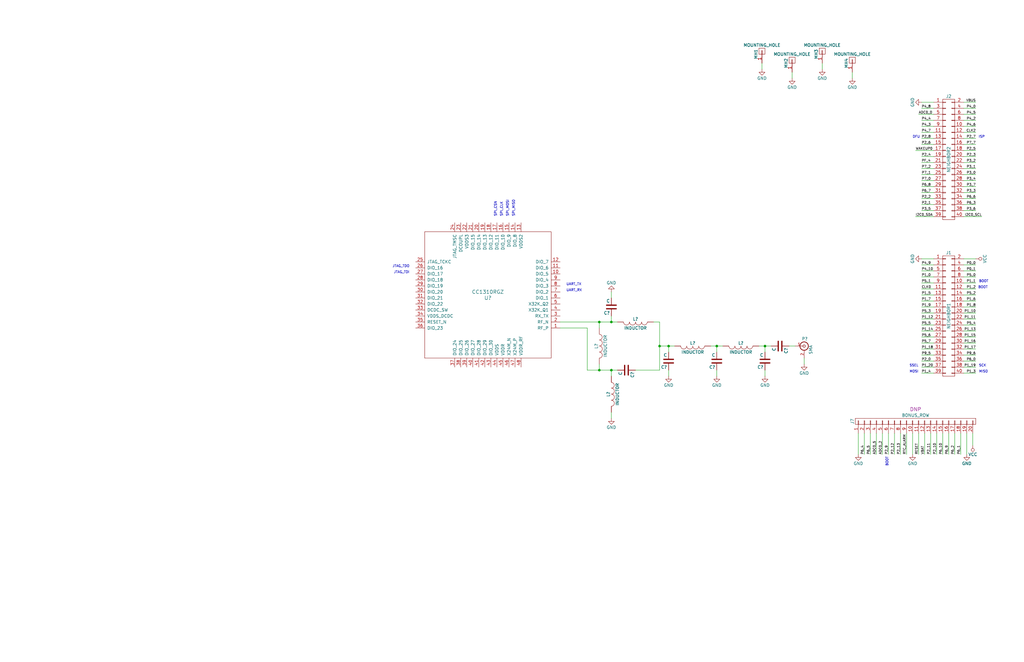
<source format=kicad_sch>
(kicad_sch (version 20230121) (generator eeschema)
  (paper "USLedger")
  (title_block (title "GreatFET Neighbor Template") (date "2015-09-24") (company "Copyright 2015 Michael Ossmann") (comment 1 "License: GPL v2"))
  (lib_symbols
    (symbol "edelweiss-rescue:BNC" (pin_names (offset 1.016) hide)
      (property "Reference" "P" (at 0.254 3.048 0))
      (property "Value" "BNC" (at 2.794 -1.524 90))
      (symbol "BNC_0_1"
        (circle (center 0 0) (radius 0.508) (stroke (width 0.2032)))
        (circle (center 0 0) (radius 1.778) (stroke (width 0.3048)))
      )
      (symbol "BNC_1_1"
        (pin passive line (at -3.81 0 0) (length 3.302) (name "In") (number "1"))
        (pin passive line (at 0 -5.08 90) (length 3.302) (name "Ext") (number "2"))
      )
    )
    (symbol "edelweiss-rescue:C" (pin_numbers hide) (pin_names (offset 0.254))
      (property "Reference" "C" (at 0.635 2.54 0))
      (property "Value" "C" (at 0.635 -2.54 0))
      (symbol "C_0_1"
        (polyline (pts (xy -2.032 -0.762) (xy 2.032 -0.762)) (stroke (width 0.508)))
        (polyline (pts (xy -2.032 0.762) (xy 2.032 0.762)) (stroke (width 0.508)))
      )
      (symbol "C_1_1"
        (pin passive line (at 0 3.81 270) (length 2.794) (name "~") (number "1"))
        (pin passive line (at 0 -3.81 90) (length 2.794) (name "~") (number "2"))
      )
    )
    (symbol "edelweiss-rescue:CC1310RGZ" (pin_names (offset 1.016))
      (property "Reference" "U" (at 0 1.27 0))
      (property "Value" "CC1310RGZ" (at 0 -1.27 0))
      (symbol "CC1310RGZ_0_1"
        (rectangle (start -26.67 26.67) (end 26.67 -26.67))
      )
      (symbol "CC1310RGZ_1_1"
        (pin bidirectional line (at -30.48 13.97 0) (length 3.81) (name "RF_P") (number "1"))
        (pin bidirectional line (at -30.48 -8.89 0) (length 3.81) (name "DIO_5") (number "10"))
        (pin bidirectional line (at -30.48 -11.43 0) (length 3.81) (name "DIO_6") (number "11"))
        (pin bidirectional line (at -30.48 -13.97 0) (length 3.81) (name "DIO_7") (number "12"))
        (pin power_in line (at -13.97 -30.48 90) (length 3.81) (name "VDDS2") (number "13"))
        (pin bidirectional line (at -11.43 -30.48 90) (length 3.81) (name "DIO_8") (number "14"))
        (pin bidirectional line (at -8.89 -30.48 90) (length 3.81) (name "DIO_9") (number "15"))
        (pin bidirectional line (at -6.35 -30.48 90) (length 3.81) (name "DIO_10") (number "16"))
        (pin bidirectional line (at -3.81 -30.48 90) (length 3.81) (name "DIO_11") (number "17"))
        (pin bidirectional line (at -1.27 -30.48 90) (length 3.81) (name "DIO_12") (number "18"))
        (pin bidirectional line (at 1.27 -30.48 90) (length 3.81) (name "DIO_13") (number "19"))
        (pin bidirectional line (at -30.48 11.43 0) (length 3.81) (name "RF_N") (number "2"))
        (pin bidirectional line (at 3.81 -30.48 90) (length 3.81) (name "DIO_14") (number "20"))
        (pin bidirectional line (at 6.35 -30.48 90) (length 3.81) (name "DIO_15") (number "21"))
        (pin power_in line (at 8.89 -30.48 90) (length 3.81) (name "VDDS3") (number "22"))
        (pin passive line (at 11.43 -30.48 90) (length 3.81) (name "DCOUPL") (number "23"))
        (pin bidirectional line (at 13.97 -30.48 90) (length 3.81) (name "JTAG_TMSC") (number "24"))
        (pin bidirectional line (at 30.48 -13.97 180) (length 3.81) (name "JTAG_TCKC") (number "25"))
        (pin bidirectional line (at 30.48 -11.43 180) (length 3.81) (name "DIO_16") (number "26"))
        (pin bidirectional line (at 30.48 -8.89 180) (length 3.81) (name "DIO_17") (number "27"))
        (pin bidirectional line (at 30.48 -6.35 180) (length 3.81) (name "DIO_18") (number "28"))
        (pin bidirectional line (at 30.48 -3.81 180) (length 3.81) (name "DIO_19") (number "29"))
        (pin bidirectional line (at -30.48 8.89 0) (length 3.81) (name "RX_TX") (number "3"))
        (pin bidirectional line (at 30.48 -1.27 180) (length 3.81) (name "DIO_20") (number "30"))
        (pin bidirectional line (at 30.48 1.27 180) (length 3.81) (name "DIO_21") (number "31"))
        (pin bidirectional line (at 30.48 3.81 180) (length 3.81) (name "DIO_22") (number "32"))
        (pin power_out line (at 30.48 6.35 180) (length 3.81) (name "DCDC_SW") (number "33"))
        (pin power_out line (at 30.48 8.89 180) (length 3.81) (name "VDDS_DCDC") (number "34"))
        (pin input line (at 30.48 11.43 180) (length 3.81) (name "RESET_N") (number "35"))
        (pin bidirectional line (at 30.48 13.97 180) (length 3.81) (name "DIO_23") (number "36"))
        (pin bidirectional line (at 13.97 30.48 270) (length 3.81) (name "DIO_24") (number "37"))
        (pin bidirectional line (at 11.43 30.48 270) (length 3.81) (name "DIO_25") (number "38"))
        (pin bidirectional line (at 8.89 30.48 270) (length 3.81) (name "DIO_26") (number "39"))
        (pin bidirectional line (at -30.48 6.35 0) (length 3.81) (name "X32K_Q1") (number "4"))
        (pin bidirectional line (at 6.35 30.48 270) (length 3.81) (name "DIO_27") (number "40"))
        (pin bidirectional line (at 3.81 30.48 270) (length 3.81) (name "DIO_28") (number "41"))
        (pin bidirectional line (at 1.27 30.48 270) (length 3.81) (name "DIO_29") (number "42"))
        (pin bidirectional line (at -1.27 30.48 270) (length 3.81) (name "DIO_30") (number "43"))
        (pin power_in line (at -3.81 30.48 270) (length 3.81) (name "VDDS") (number "44"))
        (pin power_in line (at -6.35 30.48 270) (length 3.81) (name "VDDR") (number "45"))
        (pin bidirectional line (at -8.89 30.48 270) (length 3.81) (name "X24M_N") (number "46"))
        (pin bidirectional line (at -11.43 30.48 270) (length 3.81) (name "X24M_P") (number "47"))
        (pin power_in line (at -13.97 30.48 270) (length 3.81) (name "VDDR_RF") (number "48"))
        (pin bidirectional line (at -30.48 3.81 0) (length 3.81) (name "X32K_Q2") (number "5"))
        (pin bidirectional line (at -30.48 1.27 0) (length 3.81) (name "DIO_1") (number "6"))
        (pin bidirectional line (at -30.48 -1.27 0) (length 3.81) (name "DIO_2") (number "7"))
        (pin bidirectional line (at -30.48 -3.81 0) (length 3.81) (name "DIO_3") (number "8"))
        (pin bidirectional line (at -30.48 -6.35 0) (length 3.81) (name "DIO_4") (number "9"))
      )
    )
    (symbol "edelweiss-rescue:CONN_01X01" (pin_names (offset 1.016) hide)
      (property "Reference" "P" (at 0 2.54 0))
      (property "Value" "CONN_01X01" (at 2.54 0 90))
      (symbol "CONN_01X01_0_1"
        (rectangle (start -1.27 0.127) (end 0.254 -0.127))
        (rectangle (start -1.27 1.27) (end 1.27 -1.27))
      )
      (symbol "CONN_01X01_1_1"
        (pin passive line (at -5.08 0 0) (length 3.81) (name "P1") (number "1"))
      )
    )
    (symbol "edelweiss-rescue:CONN_01X20" (pin_names (offset 1.016) hide)
      (property "Reference" "P" (at 0 26.67 0))
      (property "Value" "CONN_01X20" (at 2.54 0 90))
      (symbol "CONN_01X20_0_1"
        (rectangle (start -1.27 -25.4) (end 1.27 25.4))
        (rectangle (start -1.27 -24.003) (end 0.254 -24.257))
        (rectangle (start -1.27 -21.463) (end 0.254 -21.717))
        (rectangle (start -1.27 -18.923) (end 0.254 -19.177))
        (rectangle (start -1.27 -16.383) (end 0.254 -16.637))
        (rectangle (start -1.27 -13.843) (end 0.254 -14.097))
        (rectangle (start -1.27 -11.303) (end 0.254 -11.557))
        (rectangle (start -1.27 -8.763) (end 0.254 -9.017))
        (rectangle (start -1.27 -6.223) (end 0.254 -6.477))
        (rectangle (start -1.27 -3.683) (end 0.254 -3.937))
        (rectangle (start -1.27 -1.143) (end 0.254 -1.397))
        (rectangle (start -1.27 1.397) (end 0.254 1.143))
        (rectangle (start -1.27 3.937) (end 0.254 3.683))
        (rectangle (start -1.27 6.477) (end 0.254 6.223))
        (rectangle (start -1.27 9.017) (end 0.254 8.763))
        (rectangle (start -1.27 11.557) (end 0.254 11.303))
        (rectangle (start -1.27 14.097) (end 0.254 13.843))
        (rectangle (start -1.27 16.637) (end 0.254 16.383))
        (rectangle (start -1.27 19.177) (end 0.254 18.923))
        (rectangle (start -1.27 21.717) (end 0.254 21.463))
        (rectangle (start -1.27 24.257) (end 0.254 24.003))
      )
      (symbol "CONN_01X20_1_1"
        (pin passive line (at -5.08 24.13 0) (length 3.81) (name "P1") (number "1"))
        (pin passive line (at -5.08 1.27 0) (length 3.81) (name "P10") (number "10"))
        (pin passive line (at -5.08 -1.27 0) (length 3.81) (name "P11") (number "11"))
        (pin passive line (at -5.08 -3.81 0) (length 3.81) (name "P12") (number "12"))
        (pin passive line (at -5.08 -6.35 0) (length 3.81) (name "P13") (number "13"))
        (pin passive line (at -5.08 -8.89 0) (length 3.81) (name "P14") (number "14"))
        (pin passive line (at -5.08 -11.43 0) (length 3.81) (name "P15") (number "15"))
        (pin passive line (at -5.08 -13.97 0) (length 3.81) (name "P16") (number "16"))
        (pin passive line (at -5.08 -16.51 0) (length 3.81) (name "P17") (number "17"))
        (pin passive line (at -5.08 -19.05 0) (length 3.81) (name "P18") (number "18"))
        (pin passive line (at -5.08 -21.59 0) (length 3.81) (name "P19") (number "19"))
        (pin passive line (at -5.08 21.59 0) (length 3.81) (name "P2") (number "2"))
        (pin passive line (at -5.08 -24.13 0) (length 3.81) (name "P20") (number "20"))
        (pin passive line (at -5.08 19.05 0) (length 3.81) (name "P3") (number "3"))
        (pin passive line (at -5.08 16.51 0) (length 3.81) (name "P4") (number "4"))
        (pin passive line (at -5.08 13.97 0) (length 3.81) (name "P5") (number "5"))
        (pin passive line (at -5.08 11.43 0) (length 3.81) (name "P6") (number "6"))
        (pin passive line (at -5.08 8.89 0) (length 3.81) (name "P7") (number "7"))
        (pin passive line (at -5.08 6.35 0) (length 3.81) (name "P8") (number "8"))
        (pin passive line (at -5.08 3.81 0) (length 3.81) (name "P9") (number "9"))
      )
    )
    (symbol "edelweiss-rescue:CONN_02X20" (pin_names (offset 0.0254) hide)
      (property "Reference" "P" (at 0 26.67 0))
      (property "Value" "CONN_02X20" (at 0 0 90))
      (symbol "CONN_02X20_0_1"
        (rectangle (start -2.54 -24.003) (end -1.27 -24.257))
        (rectangle (start -2.54 -21.463) (end -1.27 -21.717))
        (rectangle (start -2.54 -18.923) (end -1.27 -19.177))
        (rectangle (start -2.54 -16.383) (end -1.27 -16.637))
        (rectangle (start -2.54 -13.843) (end -1.27 -14.097))
        (rectangle (start -2.54 -11.303) (end -1.27 -11.557))
        (rectangle (start -2.54 -8.763) (end -1.27 -9.017))
        (rectangle (start -2.54 -6.223) (end -1.27 -6.477))
        (rectangle (start -2.54 -3.683) (end -1.27 -3.937))
        (rectangle (start -2.54 -1.143) (end -1.27 -1.397))
        (rectangle (start -2.54 1.397) (end -1.27 1.143))
        (rectangle (start -2.54 3.937) (end -1.27 3.683))
        (rectangle (start -2.54 6.477) (end -1.27 6.223))
        (rectangle (start -2.54 9.017) (end -1.27 8.763))
        (rectangle (start -2.54 11.557) (end -1.27 11.303))
        (rectangle (start -2.54 14.097) (end -1.27 13.843))
        (rectangle (start -2.54 16.637) (end -1.27 16.383))
        (rectangle (start -2.54 19.177) (end -1.27 18.923))
        (rectangle (start -2.54 21.717) (end -1.27 21.463))
        (rectangle (start -2.54 24.257) (end -1.27 24.003))
        (rectangle (start -2.54 25.4) (end 2.54 -25.4))
        (rectangle (start 1.27 -24.003) (end 2.54 -24.257))
        (rectangle (start 1.27 -21.463) (end 2.54 -21.717))
        (rectangle (start 1.27 -18.923) (end 2.54 -19.177))
        (rectangle (start 1.27 -16.383) (end 2.54 -16.637))
        (rectangle (start 1.27 -13.843) (end 2.54 -14.097))
        (rectangle (start 1.27 -11.303) (end 2.54 -11.557))
        (rectangle (start 1.27 -8.763) (end 2.54 -9.017))
        (rectangle (start 1.27 -6.223) (end 2.54 -6.477))
        (rectangle (start 1.27 -3.683) (end 2.54 -3.937))
        (rectangle (start 1.27 -1.143) (end 2.54 -1.397))
        (rectangle (start 1.27 1.397) (end 2.54 1.143))
        (rectangle (start 1.27 3.937) (end 2.54 3.683))
        (rectangle (start 1.27 6.477) (end 2.54 6.223))
        (rectangle (start 1.27 9.017) (end 2.54 8.763))
        (rectangle (start 1.27 11.557) (end 2.54 11.303))
        (rectangle (start 1.27 14.097) (end 2.54 13.843))
        (rectangle (start 1.27 16.637) (end 2.54 16.383))
        (rectangle (start 1.27 19.177) (end 2.54 18.923))
        (rectangle (start 1.27 21.717) (end 2.54 21.463))
        (rectangle (start 1.27 24.257) (end 2.54 24.003))
      )
      (symbol "CONN_02X20_1_1"
        (pin passive line (at -6.35 24.13 0) (length 3.81) (name "P1") (number "1"))
        (pin passive line (at 6.35 13.97 180) (length 3.81) (name "P10") (number "10"))
        (pin passive line (at -6.35 11.43 0) (length 3.81) (name "P11") (number "11"))
        (pin passive line (at 6.35 11.43 180) (length 3.81) (name "P12") (number "12"))
        (pin passive line (at -6.35 8.89 0) (length 3.81) (name "P13") (number "13"))
        (pin passive line (at 6.35 8.89 180) (length 3.81) (name "P14") (number "14"))
        (pin passive line (at -6.35 6.35 0) (length 3.81) (name "P15") (number "15"))
        (pin passive line (at 6.35 6.35 180) (length 3.81) (name "P16") (number "16"))
        (pin passive line (at -6.35 3.81 0) (length 3.81) (name "P17") (number "17"))
        (pin passive line (at 6.35 3.81 180) (length 3.81) (name "P18") (number "18"))
        (pin passive line (at -6.35 1.27 0) (length 3.81) (name "P19") (number "19"))
        (pin passive line (at 6.35 24.13 180) (length 3.81) (name "P2") (number "2"))
        (pin passive line (at 6.35 1.27 180) (length 3.81) (name "P20") (number "20"))
        (pin passive line (at -6.35 -1.27 0) (length 3.81) (name "P21") (number "21"))
        (pin passive line (at 6.35 -1.27 180) (length 3.81) (name "P22") (number "22"))
        (pin passive line (at -6.35 -3.81 0) (length 3.81) (name "P23") (number "23"))
        (pin passive line (at 6.35 -3.81 180) (length 3.81) (name "P24") (number "24"))
        (pin passive line (at -6.35 -6.35 0) (length 3.81) (name "P25") (number "25"))
        (pin passive line (at 6.35 -6.35 180) (length 3.81) (name "P26") (number "26"))
        (pin passive line (at -6.35 -8.89 0) (length 3.81) (name "P27") (number "27"))
        (pin passive line (at 6.35 -8.89 180) (length 3.81) (name "P28") (number "28"))
        (pin passive line (at -6.35 -11.43 0) (length 3.81) (name "P29") (number "29"))
        (pin passive line (at -6.35 21.59 0) (length 3.81) (name "P3") (number "3"))
        (pin passive line (at 6.35 -11.43 180) (length 3.81) (name "P30") (number "30"))
        (pin passive line (at -6.35 -13.97 0) (length 3.81) (name "P31") (number "31"))
        (pin passive line (at 6.35 -13.97 180) (length 3.81) (name "P32") (number "32"))
        (pin passive line (at -6.35 -16.51 0) (length 3.81) (name "P33") (number "33"))
        (pin passive line (at 6.35 -16.51 180) (length 3.81) (name "P34") (number "34"))
        (pin passive line (at -6.35 -19.05 0) (length 3.81) (name "P35") (number "35"))
        (pin passive line (at 6.35 -19.05 180) (length 3.81) (name "P36") (number "36"))
        (pin passive line (at -6.35 -21.59 0) (length 3.81) (name "P37") (number "37"))
        (pin passive line (at 6.35 -21.59 180) (length 3.81) (name "P38") (number "38"))
        (pin passive line (at -6.35 -24.13 0) (length 3.81) (name "P39") (number "39"))
        (pin passive line (at 6.35 21.59 180) (length 3.81) (name "P4") (number "4"))
        (pin passive line (at 6.35 -24.13 180) (length 3.81) (name "P40") (number "40"))
        (pin passive line (at -6.35 19.05 0) (length 3.81) (name "P5") (number "5"))
        (pin passive line (at 6.35 19.05 180) (length 3.81) (name "P6") (number "6"))
        (pin passive line (at -6.35 16.51 0) (length 3.81) (name "P7") (number "7"))
        (pin passive line (at 6.35 16.51 180) (length 3.81) (name "P8") (number "8"))
        (pin passive line (at -6.35 13.97 0) (length 3.81) (name "P9") (number "9"))
      )
    )
    (symbol "edelweiss-rescue:GND" (power) (pin_names (offset 0))
      (property "Value" "GND" (at 0 -3.81 0))
      (symbol "GND_0_1"
        (polyline (pts (xy 0 0) (xy 0 -1.27) (xy 1.27 -1.27) (xy 0 -2.54) (xy -1.27 -1.27) (xy 0 -1.27)))
      )
      (symbol "GND_1_1"
        (pin power_in line (at 0 0 270) (length 0) hide (name "GND") (number "1"))
      )
    )
    (symbol "edelweiss-rescue:INDUCTOR" (pin_numbers hide) (pin_names (offset 1.016) hide)
      (property "Reference" "L" (at -1.27 0 90))
      (property "Value" "INDUCTOR" (at 2.54 0 90))
      (symbol "INDUCTOR_0_1"
        (arc (start 0.0254 -5.0546) (mid 1.2449 -3.8097) (end 0.0254 -2.54))
        (arc (start 0.0254 -2.5146) (mid 1.2703 -1.2444) (end 0.0254 0.0508))
        (arc (start 0.0254 0.0254) (mid 1.2703 1.2956) (end 0.0254 2.5908))
        (arc (start 0.0254 2.5654) (mid 1.1941 3.7595) (end 0.0254 4.9784))
      )
      (symbol "INDUCTOR_1_1"
        (pin passive line (at 0 7.62 270) (length 2.54) (name "1") (number "1"))
        (pin passive line (at 0 -7.62 90) (length 2.54) (name "2") (number "2"))
      )
    )
    (symbol "edelweiss-rescue:VCC" (power) (pin_names (offset 0))
      (property "Value" "VCC" (at 0 3.81 0))
      (symbol "VCC_0_1"
        (polyline (pts (xy 0 0) (xy 0 1.27)))
        (circle (center 0 1.905) (radius 0.635))
      )
      (symbol "VCC_1_1"
        (pin power_in line (at 0 0 90) (length 0) hide (name "VCC") (number "1"))
      )
    )
  )
  (junction (at 281.94 146.05))
  (junction (at 252.73 135.89))
  (junction (at 252.73 156.21))
  (junction (at 257.81 135.89))
  (junction (at 278.13 146.05))
  (junction (at 257.81 156.21))
  (junction (at 302.26 146.05))
  (junction (at 322.58 146.05))
  (wire (pts (xy 267.97 156.21) (xy 278.13 156.21)))
  (wire (pts (xy 411.48 58.42) (xy 406.4 58.42)))
  (wire (pts (xy 393.7 86.36) (xy 388.62 86.36)))
  (wire (pts (xy 257.81 156.21) (xy 257.81 158.75)))
  (wire (pts (xy 388.62 58.42) (xy 393.7 58.42)))
  (wire (pts (xy 411.48 73.66) (xy 406.4 73.66)))
  (wire (pts (xy 406.4 157.48) (xy 411.48 157.48)))
  (wire (pts (xy 236.22 138.43) (xy 247.65 138.43)))
  (wire (pts (xy 388.62 137.16) (xy 393.7 137.16)))
  (wire (pts (xy 393.7 63.5) (xy 386.08 63.5)))
  (wire (pts (xy 406.4 144.78) (xy 411.48 144.78)))
  (wire (pts (xy 278.13 156.21) (xy 278.13 146.05)))
  (wire (pts (xy 410.21 187.96) (xy 410.21 182.88)))
  (wire (pts (xy 406.4 114.3) (xy 411.48 114.3)))
  (wire (pts (xy 388.62 73.66) (xy 393.7 73.66)))
  (wire (pts (xy 278.13 146.05) (xy 281.94 146.05)))
  (wire (pts (xy 388.62 144.78) (xy 393.7 144.78)))
  (wire (pts (xy 236.22 135.89) (xy 252.73 135.89)))
  (wire (pts (xy 388.62 111.76) (xy 393.7 111.76)))
  (wire (pts (xy 411.48 48.26) (xy 406.4 48.26)))
  (wire (pts (xy 393.7 157.48) (xy 388.62 157.48)))
  (wire (pts (xy 393.7 81.28) (xy 388.62 81.28)))
  (wire (pts (xy 411.48 154.94) (xy 406.4 154.94)))
  (wire (pts (xy 393.7 91.44) (xy 386.08 91.44)))
  (wire (pts (xy 388.62 124.46) (xy 393.7 124.46)))
  (wire (pts (xy 388.62 109.22) (xy 393.7 109.22)))
  (wire (pts (xy 411.48 53.34) (xy 406.4 53.34)))
  (wire (pts (xy 388.62 68.58) (xy 393.7 68.58)))
  (wire (pts (xy 388.62 45.72) (xy 393.7 45.72)))
  (wire (pts (xy 299.72 146.05) (xy 302.26 146.05)))
  (wire (pts (xy 388.62 53.34) (xy 393.7 53.34)))
  (wire (pts (xy 359.41 30.48) (xy 359.41 33.02)))
  (wire (pts (xy 411.48 60.96) (xy 406.4 60.96)))
  (wire (pts (xy 411.48 63.5) (xy 406.4 63.5)))
  (wire (pts (xy 339.09 153.67) (xy 339.09 151.13)))
  (wire (pts (xy 320.04 146.05) (xy 322.58 146.05)))
  (wire (pts (xy 411.48 147.32) (xy 406.4 147.32)))
  (wire (pts (xy 393.7 66.04) (xy 388.62 66.04)))
  (wire (pts (xy 278.13 135.89) (xy 275.59 135.89)))
  (wire (pts (xy 411.48 152.4) (xy 406.4 152.4)))
  (wire (pts (xy 252.73 156.21) (xy 257.81 156.21)))
  (wire (pts (xy 388.62 88.9) (xy 393.7 88.9)))
  (wire (pts (xy 364.49 191.77) (xy 364.49 182.88)))
  (wire (pts (xy 411.48 132.08) (xy 406.4 132.08)))
  (wire (pts (xy 252.73 135.89) (xy 257.81 135.89)))
  (wire (pts (xy 247.65 156.21) (xy 252.73 156.21)))
  (wire (pts (xy 411.48 142.24) (xy 406.4 142.24)))
  (wire (pts (xy 387.35 191.77) (xy 387.35 182.88)))
  (wire (pts (xy 379.73 191.77) (xy 379.73 182.88)))
  (wire (pts (xy 332.74 146.05) (xy 335.28 146.05)))
  (wire (pts (xy 361.95 191.77) (xy 361.95 182.88)))
  (wire (pts (xy 406.4 88.9) (xy 411.48 88.9)))
  (wire (pts (xy 411.48 111.76) (xy 406.4 111.76)))
  (wire (pts (xy 411.48 116.84) (xy 406.4 116.84)))
  (wire (pts (xy 346.71 26.67) (xy 346.71 29.21)))
  (wire (pts (xy 406.4 149.86) (xy 411.48 149.86)))
  (wire (pts (xy 411.48 81.28) (xy 406.4 81.28)))
  (wire (pts (xy 388.62 78.74) (xy 393.7 78.74)))
  (wire (pts (xy 405.13 191.77) (xy 405.13 182.88)))
  (wire (pts (xy 411.48 55.88) (xy 406.4 55.88)))
  (wire (pts (xy 369.57 191.77) (xy 369.57 182.88)))
  (wire (pts (xy 388.62 114.3) (xy 393.7 114.3)))
  (wire (pts (xy 372.11 191.77) (xy 372.11 182.88)))
  (wire (pts (xy 388.62 127) (xy 393.7 127)))
  (wire (pts (xy 400.05 191.77) (xy 400.05 182.88)))
  (wire (pts (xy 388.62 154.94) (xy 393.7 154.94)))
  (wire (pts (xy 388.62 149.86) (xy 393.7 149.86)))
  (wire (pts (xy 388.62 71.12) (xy 393.7 71.12)))
  (wire (pts (xy 411.48 76.2) (xy 406.4 76.2)))
  (wire (pts (xy 388.62 134.62) (xy 393.7 134.62)))
  (wire (pts (xy 384.81 191.77) (xy 384.81 182.88)))
  (wire (pts (xy 257.81 173.99) (xy 257.81 176.53)))
  (wire (pts (xy 321.31 26.67) (xy 321.31 29.21)))
  (wire (pts (xy 406.4 139.7) (xy 411.48 139.7)))
  (wire (pts (xy 302.26 158.75) (xy 302.26 156.21)))
  (wire (pts (xy 406.4 119.38) (xy 411.48 119.38)))
  (wire (pts (xy 406.4 45.72) (xy 411.48 45.72)))
  (wire (pts (xy 278.13 146.05) (xy 278.13 135.89)))
  (wire (pts (xy 257.81 135.89) (xy 257.81 133.35)))
  (wire (pts (xy 387.35 48.26) (xy 393.7 48.26)))
  (wire (pts (xy 322.58 146.05) (xy 322.58 148.59)))
  (wire (pts (xy 406.4 129.54) (xy 411.48 129.54)))
  (wire (pts (xy 388.62 116.84) (xy 393.7 116.84)))
  (wire (pts (xy 411.48 43.18) (xy 406.4 43.18)))
  (wire (pts (xy 407.67 191.77) (xy 407.67 182.88)))
  (wire (pts (xy 411.48 121.92) (xy 406.4 121.92)))
  (wire (pts (xy 388.62 132.08) (xy 393.7 132.08)))
  (wire (pts (xy 252.73 135.89) (xy 252.73 138.43)))
  (wire (pts (xy 388.62 142.24) (xy 393.7 142.24)))
  (wire (pts (xy 382.27 191.77) (xy 382.27 182.88)))
  (wire (pts (xy 388.62 139.7) (xy 393.7 139.7)))
  (wire (pts (xy 377.19 191.77) (xy 377.19 182.88)))
  (wire (pts (xy 393.7 76.2) (xy 388.62 76.2)))
  (wire (pts (xy 302.26 146.05) (xy 304.8 146.05)))
  (wire (pts (xy 334.01 30.48) (xy 334.01 33.02)))
  (wire (pts (xy 367.03 191.77) (xy 367.03 182.88)))
  (wire (pts (xy 414.02 91.44) (xy 406.4 91.44)))
  (wire (pts (xy 281.94 146.05) (xy 281.94 148.59)))
  (wire (pts (xy 411.48 86.36) (xy 406.4 86.36)))
  (wire (pts (xy 411.48 127) (xy 406.4 127)))
  (wire (pts (xy 388.62 55.88) (xy 393.7 55.88)))
  (wire (pts (xy 388.62 43.18) (xy 393.7 43.18)))
  (wire (pts (xy 411.48 78.74) (xy 406.4 78.74)))
  (wire (pts (xy 388.62 129.54) (xy 393.7 129.54)))
  (wire (pts (xy 411.48 137.16) (xy 406.4 137.16)))
  (wire (pts (xy 252.73 156.21) (xy 252.73 153.67)))
  (wire (pts (xy 388.62 147.32) (xy 393.7 147.32)))
  (wire (pts (xy 257.81 125.73) (xy 257.81 123.19)))
  (wire (pts (xy 257.81 156.21) (xy 260.35 156.21)))
  (wire (pts (xy 411.48 50.8) (xy 406.4 50.8)))
  (wire (pts (xy 322.58 146.05) (xy 325.12 146.05)))
  (wire (pts (xy 411.48 71.12) (xy 406.4 71.12)))
  (wire (pts (xy 406.4 134.62) (xy 411.48 134.62)))
  (wire (pts (xy 411.48 68.58) (xy 406.4 68.58)))
  (wire (pts (xy 388.62 119.38) (xy 393.7 119.38)))
  (wire (pts (xy 281.94 146.05) (xy 284.48 146.05)))
  (wire (pts (xy 374.65 191.77) (xy 374.65 182.88)))
  (wire (pts (xy 411.48 83.82) (xy 406.4 83.82)))
  (wire (pts (xy 302.26 146.05) (xy 302.26 148.59)))
  (wire (pts (xy 411.48 66.04) (xy 406.4 66.04)))
  (wire (pts (xy 247.65 138.43) (xy 247.65 156.21)))
  (wire (pts (xy 388.62 121.92) (xy 393.7 121.92)))
  (wire (pts (xy 393.7 50.8) (xy 388.62 50.8)))
  (wire (pts (xy 406.4 109.22) (xy 411.48 109.22)))
  (wire (pts (xy 388.62 152.4) (xy 393.7 152.4)))
  (wire (pts (xy 397.51 191.77) (xy 397.51 182.88)))
  (wire (pts (xy 389.89 191.77) (xy 389.89 182.88)))
  (wire (pts (xy 392.43 191.77) (xy 392.43 182.88)))
  (wire (pts (xy 388.62 60.96) (xy 393.7 60.96)))
  (wire (pts (xy 257.81 135.89) (xy 260.35 135.89)))
  (wire (pts (xy 281.94 156.21) (xy 281.94 158.75)))
  (wire (pts (xy 322.58 156.21) (xy 322.58 158.75)))
  (wire (pts (xy 388.62 83.82) (xy 393.7 83.82)))
  (wire (pts (xy 394.97 191.77) (xy 394.97 182.88)))
  (wire (pts (xy 406.4 124.46) (xy 411.48 124.46)))
  (wire (pts (xy 402.59 191.77) (xy 402.59 182.88)))
  (text "BOOT" (at 374.65 196.85 90) (effects (font (size 1.016 1.016)) (justify left bottom)))
  (text "SSEL" (at 387.35 154.94 0) (effects (font (size 1.016 1.016)) (justify right bottom)))
  (text "JTAG_TDI" (at 172.72 115.57 0) (effects (font (size 1.016 1.016)) (justify right bottom)))
  (text "BOOT" (at 412.75 119.38 0) (effects (font (size 1.016 1.016)) (justify left bottom)))
  (text "UART_RX" (at 238.76 123.19 0) (effects (font (size 1.016 1.016)) (justify left bottom)))
  (text "BOOT" (at 416.56 121.92 0) (effects (font (size 1.016 1.016)) (justify right bottom)))
  (text "MOSI" (at 387.35 157.48 0) (effects (font (size 1.016 1.016)) (justify right bottom)))
  (text "SCK" (at 412.75 154.94 0) (effects (font (size 1.016 1.016)) (justify left bottom)))
  (text "SPI_MOSI" (at 214.63 91.44 90) (effects (font (size 1.016 1.016)) (justify left bottom)))
  (text "SPI_CSN" (at 209.55 91.44 90) (effects (font (size 1.016 1.016)) (justify left bottom)))
  (text "MISO" (at 412.75 157.48 0) (effects (font (size 1.016 1.016)) (justify left bottom)))
  (text "ISP" (at 415.29 58.42 0) (effects (font (size 1.016 1.016)) (justify right bottom)))
  (text "SPI_CLK" (at 212.09 91.44 90) (effects (font (size 1.016 1.016)) (justify left bottom)))
  (text "JTAG_TDO" (at 172.72 113.03 0) (effects (font (size 1.016 1.016)) (justify right bottom)))
  (text "SPI_MISO" (at 217.17 91.44 90) (effects (font (size 1.016 1.016)) (justify left bottom)))
  (text "DFU" (at 384.81 58.42 0) (effects (font (size 1.016 1.016)) (justify left bottom)))
  (text "UART_TX" (at 238.76 120.65 0) (effects (font (size 1.016 1.016)) (justify left bottom)))
  (label "P4_4" (at 388.62 50.8 0) (effects (font (size 1.016 1.016))))
  (label "ADC0_5" (at 369.57 191.77 90) (effects (font (size 1.016 1.016))))
  (label "P2_13" (at 379.73 191.77 90) (effects (font (size 1.016 1.016))))
  (label "P2_7" (at 411.48 58.42 180) (effects (font (size 1.016 1.016))))
  (label "P1_5" (at 388.62 124.46 0) (effects (font (size 1.016 1.016))))
  (label "P6_8" (at 388.62 78.74 0) (effects (font (size 1.016 1.016))))
  (label "P1_19" (at 411.48 154.94 180) (effects (font (size 1.016 1.016))))
  (label "P1_12" (at 388.62 134.62 0) (effects (font (size 1.016 1.016))))
  (label "P5_5" (at 388.62 137.16 0) (effects (font (size 1.016 1.016))))
  (label "VBUS" (at 411.48 43.18 180) (effects (font (size 1.016 1.016))))
  (label "P2_11" (at 392.43 191.77 90) (effects (font (size 1.016 1.016))))
  (label "P1_3" (at 411.48 157.48 180) (effects (font (size 1.016 1.016))))
  (label "P4_5" (at 411.48 48.26 180) (effects (font (size 1.016 1.016))))
  (label "P3_1" (at 411.48 71.12 180) (effects (font (size 1.016 1.016))))
  (label "P3_7" (at 411.48 78.74 180) (effects (font (size 1.016 1.016))))
  (label "P1_13" (at 411.48 139.7 180) (effects (font (size 1.016 1.016))))
  (label "I2C0_SCL" (at 414.02 91.44 180) (effects (font (size 1.016 1.016))))
  (label "P1_14" (at 388.62 139.7 0) (effects (font (size 1.016 1.016))))
  (label "P1_4" (at 388.62 157.48 0) (effects (font (size 1.016 1.016))))
  (label "P7_2" (at 388.62 71.12 0) (effects (font (size 1.016 1.016))))
  (label "P1_7" (at 388.62 127 0) (effects (font (size 1.016 1.016))))
  (label "P1_18" (at 388.62 147.32 0) (effects (font (size 1.016 1.016))))
  (label "PF_4" (at 388.62 68.58 0) (effects (font (size 1.016 1.016))))
  (label "CLK2" (at 411.48 55.88 180) (effects (font (size 1.016 1.016))))
  (label "P4_3" (at 388.62 53.34 0) (effects (font (size 1.016 1.016))))
  (label "P5_3" (at 388.62 132.08 0) (effects (font (size 1.016 1.016))))
  (label "P6_7" (at 388.62 81.28 0) (effects (font (size 1.016 1.016))))
  (label "P2_2" (at 388.62 83.82 0) (effects (font (size 1.016 1.016))))
  (label "P1_8" (at 411.48 129.54 180) (effects (font (size 1.016 1.016))))
  (label "P2_0" (at 388.62 152.4 0) (effects (font (size 1.016 1.016))))
  (label "P4_6" (at 411.48 53.34 180) (effects (font (size 1.016 1.016))))
  (label "P2_10" (at 394.97 191.77 90) (effects (font (size 1.016 1.016))))
  (label "ADC0_2" (at 372.11 191.77 90) (effects (font (size 1.016 1.016))))
  (label "P1_9" (at 388.62 129.54 0) (effects (font (size 1.016 1.016))))
  (label "P5_0" (at 411.48 116.84 180) (effects (font (size 1.016 1.016))))
  (label "P3_2" (at 411.48 68.58 180) (effects (font (size 1.016 1.016))))
  (label "P4_10" (at 388.62 114.3 0) (effects (font (size 1.016 1.016))))
  (label "P0_0" (at 411.48 111.76 180) (effects (font (size 1.016 1.016))))
  (label "P4_0" (at 411.48 45.72 180) (effects (font (size 1.016 1.016))))
  (label "P6_10" (at 397.51 191.77 90) (effects (font (size 1.016 1.016))))
  (label "P1_16" (at 411.48 144.78 180) (effects (font (size 1.016 1.016))))
  (label "P6_0" (at 411.48 152.4 180) (effects (font (size 1.016 1.016))))
  (label "P2_12" (at 377.19 191.77 90) (effects (font (size 1.016 1.016))))
  (label "P6_9" (at 400.05 191.77 90) (effects (font (size 1.016 1.016))))
  (label "P1_11" (at 411.48 134.62 180) (effects (font (size 1.016 1.016))))
  (label "VBAT" (at 389.89 191.77 90) (effects (font (size 1.016 1.016))))
  (label "P7_7" (at 411.48 60.96 180) (effects (font (size 1.016 1.016))))
  (label "P1_6" (at 411.48 127 180) (effects (font (size 1.016 1.016))))
  (label "P1_10" (at 411.48 132.08 180) (effects (font (size 1.016 1.016))))
  (label "P2_4" (at 388.62 66.04 0) (effects (font (size 1.016 1.016))))
  (label "P5_6" (at 388.62 142.24 0) (effects (font (size 1.016 1.016))))
  (label "P4_8" (at 388.62 45.72 0) (effects (font (size 1.016 1.016))))
  (label "P6_6" (at 411.48 83.82 180) (effects (font (size 1.016 1.016))))
  (label "P7_1" (at 388.62 73.66 0) (effects (font (size 1.016 1.016))))
  (label "P6_3" (at 411.48 86.36 180) (effects (font (size 1.016 1.016))))
  (label "P3_3" (at 411.48 81.28 180) (effects (font (size 1.016 1.016))))
  (label "P4_2" (at 411.48 50.8 180) (effects (font (size 1.016 1.016))))
  (label "P1_20" (at 388.62 154.94 0) (effects (font (size 1.016 1.016))))
  (label "P3_5" (at 388.62 88.9 0) (effects (font (size 1.016 1.016))))
  (label "WAKEUP0" (at 386.08 63.5 0) (effects (font (size 1.016 1.016))))
  (label "P7_0" (at 388.62 76.2 0) (effects (font (size 1.016 1.016))))
  (label "P4_9" (at 388.62 111.76 0) (effects (font (size 1.016 1.016))))
  (label "P2_5" (at 411.48 63.5 180) (effects (font (size 1.016 1.016))))
  (label "P1_17" (at 411.48 147.32 180) (effects (font (size 1.016 1.016))))
  (label "P9_5" (at 388.62 149.86 0) (effects (font (size 1.016 1.016))))
  (label "CLK0" (at 388.62 121.92 0) (effects (font (size 1.016 1.016))))
  (label "P4_7" (at 388.62 55.88 0) (effects (font (size 1.016 1.016))))
  (label "P5_7" (at 388.62 144.78 0) (effects (font (size 1.016 1.016))))
  (label "RTC_ALARM" (at 382.27 191.77 90) (effects (font (size 1.016 1.016))))
  (label "P6_5" (at 367.03 191.77 90) (effects (font (size 1.016 1.016))))
  (label "P2_8" (at 388.62 58.42 0) (effects (font (size 1.016 1.016))))
  (label "P2_3" (at 411.48 66.04 180) (effects (font (size 1.016 1.016))))
  (label "P6_2" (at 402.59 191.77 90) (effects (font (size 1.016 1.016))))
  (label "P3_0" (at 411.48 73.66 180) (effects (font (size 1.016 1.016))))
  (label "P1_0" (at 388.62 116.84 0) (effects (font (size 1.016 1.016))))
  (label "P5_1" (at 388.62 119.38 0) (effects (font (size 1.016 1.016))))
  (label "P2_9" (at 374.65 191.77 90) (effects (font (size 1.016 1.016))))
  (label "P2_1" (at 388.62 86.36 0) (effects (font (size 1.016 1.016))))
  (label "ADC0_0" (at 387.35 48.26 0) (effects (font (size 1.016 1.016))))
  (label "P1_2" (at 411.48 121.92 180) (effects (font (size 1.016 1.016))))
  (label "P5_4" (at 411.48 137.16 180) (effects (font (size 1.016 1.016))))
  (label "P2_6" (at 388.62 60.96 0) (effects (font (size 1.016 1.016))))
  (label "P1_15" (at 411.48 142.24 180) (effects (font (size 1.016 1.016))))
  (label "P5_2" (at 411.48 124.46 180) (effects (font (size 1.016 1.016))))
  (label "P1_1" (at 411.48 119.38 180) (effects (font (size 1.016 1.016))))
  (label "P9_6" (at 411.48 149.86 180) (effects (font (size 1.016 1.016))))
  (label "P3_6" (at 411.48 88.9 180) (effects (font (size 1.016 1.016))))
  (label "P6_4" (at 364.49 191.77 90) (effects (font (size 1.016 1.016))))
  (label "P0_1" (at 411.48 114.3 180) (effects (font (size 1.016 1.016))))
  (label "RESET" (at 387.35 191.77 90) (effects (font (size 1.016 1.016))))
  (label "P3_4" (at 411.48 76.2 180) (effects (font (size 1.016 1.016))))
  (label "P6_1" (at 405.13 191.77 90) (effects (font (size 1.016 1.016))))
  (label "I2C0_SDA" (at 386.08 91.44 0) (effects (font (size 1.016 1.016))))
  (symbol (lib_id "edelweiss-rescue:CONN_02X20") (at 400.05 67.31 0) (unit 1)
    (property "Reference" "J2" (at 400.05 40.64 0))
    (property "Value" "NEIGHBOR2" (at 400.05 67.31 90))
    (property "Footprint" "gsg-modules:HEADER-2x20" (effects hide))
    (property "Manufacturer" "Samtec" (effects hide))
    (property "Part Number" "SSQ-120-23-G-D" (effects hide))
    (property "Description" "CONN RCPT .100\" 40POS DUAL-ROW STACKING GOLD" (effects hide))
    (property "Note" "Alternate: https://www.adafruit.com/products/2223" (effects hide))
  )
  (symbol (lib_id "edelweiss-rescue:GND") (at 388.62 43.18 270) (unit 1)
    (property "Reference" "#PWR059" (effects hide))
    (property "Value" "GND" (at 384.81 43.18 0))
  )
  (symbol (lib_id "edelweiss-rescue:GND") (at 388.62 109.22 270) (unit 1)
    (property "Reference" "#PWR060" (effects hide))
    (property "Value" "GND" (at 384.81 109.22 0))
  )
  (symbol (lib_id "edelweiss-rescue:VCC") (at 411.48 109.22 270) (unit 1)
    (property "Reference" "#PWR061" (effects hide))
    (property "Value" "VCC" (at 415.29 109.22 0))
  )
  (symbol (lib_id "edelweiss-rescue:CONN_02X20") (at 400.05 133.35 0) (unit 1)
    (property "Reference" "J1" (at 400.05 106.68 0))
    (property "Value" "NEIGHBOR1" (at 400.05 133.35 90))
    (property "Footprint" "gsg-modules:HEADER-2x20" (effects hide))
    (property "Manufacturer" "Samtec" (effects hide))
    (property "Part Number" "SSQ-120-23-G-D" (effects hide))
    (property "Description" "CONN RCPT .100\" 40POS DUAL-ROW STACKING GOLD" (effects hide))
    (property "Note" "Alternate: https://www.adafruit.com/products/2223" (effects hide))
  )
  (symbol (lib_id "edelweiss-rescue:CONN_01X01") (at 346.71 21.59 90) (unit 1)
    (property "Reference" "MH3" (at 344.17 22.86 0))
    (property "Value" "MOUNTING_HOLE" (at 346.71 19.05 90))
    (property "Footprint" "gsg-modules:HOLE126MIL-COPPER" (effects hide))
    (property "Note" "DNP" (effects hide))
  )
  (symbol (lib_id "edelweiss-rescue:GND") (at 346.71 29.21 0) (unit 1)
    (property "Reference" "#PWR077" (effects hide))
    (property "Value" "GND" (at 346.71 33.02 0))
  )
  (symbol (lib_id "edelweiss-rescue:CONN_01X01") (at 359.41 25.4 90) (unit 1)
    (property "Reference" "MH4" (at 356.87 26.67 0))
    (property "Value" "MOUNTING_HOLE" (at 359.41 22.86 90))
    (property "Footprint" "gsg-modules:HOLE126MIL-COPPER" (effects hide))
    (property "Note" "DNP" (effects hide))
  )
  (symbol (lib_id "edelweiss-rescue:GND") (at 359.41 33.02 0) (unit 1)
    (property "Reference" "#PWR078" (effects hide))
    (property "Value" "GND" (at 359.41 36.83 0))
  )
  (symbol (lib_id "edelweiss-rescue:CONN_01X01") (at 321.31 21.59 90) (unit 1)
    (property "Reference" "MH1" (at 318.77 22.86 0))
    (property "Value" "MOUNTING_HOLE" (at 321.31 19.05 90))
    (property "Footprint" "gsg-modules:HOLE126MIL-COPPER" (effects hide))
    (property "Note" "DNP" (effects hide))
  )
  (symbol (lib_id "edelweiss-rescue:GND") (at 321.31 29.21 0) (unit 1)
    (property "Reference" "#PWR079" (effects hide))
    (property "Value" "GND" (at 321.31 33.02 0))
  )
  (symbol (lib_id "edelweiss-rescue:CONN_01X01") (at 334.01 25.4 90) (unit 1)
    (property "Reference" "MH2" (at 331.47 26.67 0))
    (property "Value" "MOUNTING_HOLE" (at 334.01 22.86 90))
    (property "Footprint" "gsg-modules:HOLE126MIL-COPPER" (effects hide))
    (property "Note" "DNP" (effects hide))
  )
  (symbol (lib_id "edelweiss-rescue:GND") (at 334.01 33.02 0) (unit 1)
    (property "Reference" "#PWR080" (effects hide))
    (property "Value" "GND" (at 334.01 36.83 0))
  )
  (symbol (lib_id "edelweiss-rescue:GND") (at 407.67 191.77 0) (unit 1)
    (property "Reference" "#PWR081" (effects hide))
    (property "Value" "GND" (at 407.67 195.58 0))
  )
  (symbol (lib_id "edelweiss-rescue:GND") (at 384.81 191.77 0) (unit 1)
    (property "Reference" "#PWR082" (effects hide))
    (property "Value" "GND" (at 384.81 195.58 0))
  )
  (symbol (lib_id "edelweiss-rescue:GND") (at 361.95 191.77 0) (unit 1)
    (property "Reference" "#PWR075" (effects hide))
    (property "Value" "GND" (at 361.95 195.58 0))
  )
  (symbol (lib_id "edelweiss-rescue:VCC") (at 410.21 187.96 180) (unit 1)
    (property "Reference" "#PWR076" (effects hide))
    (property "Value" "VCC" (at 410.21 191.77 0))
  )
  (symbol (lib_id "edelweiss-rescue:CONN_01X20") (at 386.08 177.8 90) (unit 1)
    (property "Reference" "J7" (at 359.41 177.8 0))
    (property "Value" "BONUS_ROW" (at 386.08 175.26 90))
    (property "Footprint" "gsg-modules:HEADER-1x20" (effects hide))
    (property "Manufacturer" "Samtec" (effects hide))
    (property "Part Number" "SSQ-120-23-G-S" (effects hide))
    (property "Description" "CONN RCPT .100\" 20POS SINGLE-ROW STACKING GOLD" (effects hide))
    (property "Note" "DNP" (at 386.08 172.72 90) (effects (font (size 1.524 1.524))))
  )
  (symbol (lib_id "edelweiss-rescue:CC1310RGZ") (at 205.74 124.46 180) (unit 1)
    (property "Reference" "U?" (at 205.74 125.73 0) (effects (font (size 1.524 1.524))))
    (property "Value" "CC1310RGZ" (at 205.74 123.19 0) (effects (font (size 1.524 1.524))))
  )
  (symbol (lib_id "edelweiss-rescue:BNC") (at 339.09 146.05 0) (unit 1)
    (property "Reference" "P?" (at 339.344 143.002 0))
    (property "Value" "SMA" (at 341.884 147.574 90))
  )
  (symbol (lib_id "edelweiss-rescue:INDUCTOR") (at 252.73 146.05 0) (unit 1)
    (property "Reference" "L?" (at 251.46 146.05 90))
    (property "Value" "INDUCTOR" (at 255.27 146.05 90))
  )
  (symbol (lib_id "edelweiss-rescue:INDUCTOR") (at 257.81 166.37 0) (unit 1)
    (property "Reference" "L?" (at 256.54 166.37 90))
    (property "Value" "INDUCTOR" (at 260.35 166.37 90))
  )
  (symbol (lib_id "edelweiss-rescue:C") (at 264.16 156.21 270) (unit 1)
    (property "Reference" "C?" (at 266.7 156.845 0) (effects (justify left)))
    (property "Value" "C" (at 261.62 156.845 0) (effects (justify left)))
  )
  (symbol (lib_id "edelweiss-rescue:INDUCTOR") (at 267.97 135.89 270) (unit 1)
    (property "Reference" "L?" (at 267.97 134.62 90))
    (property "Value" "INDUCTOR" (at 267.97 138.43 90))
  )
  (symbol (lib_id "edelweiss-rescue:C") (at 257.81 129.54 180) (unit 1)
    (property "Reference" "C?" (at 257.175 132.08 0) (effects (justify left)))
    (property "Value" "C" (at 257.175 127 0) (effects (justify left)))
  )
  (symbol (lib_id "edelweiss-rescue:INDUCTOR") (at 292.1 146.05 270) (unit 1)
    (property "Reference" "L?" (at 292.1 144.78 90))
    (property "Value" "INDUCTOR" (at 292.1 148.59 90))
  )
  (symbol (lib_id "edelweiss-rescue:C") (at 281.94 152.4 180) (unit 1)
    (property "Reference" "C?" (at 281.305 154.94 0) (effects (justify left)))
    (property "Value" "C" (at 281.305 149.86 0) (effects (justify left)))
  )
  (symbol (lib_id "edelweiss-rescue:INDUCTOR") (at 312.42 146.05 270) (unit 1)
    (property "Reference" "L?" (at 312.42 144.78 90))
    (property "Value" "INDUCTOR" (at 312.42 148.59 90))
  )
  (symbol (lib_id "edelweiss-rescue:C") (at 322.58 152.4 180) (unit 1)
    (property "Reference" "C?" (at 321.945 154.94 0) (effects (justify left)))
    (property "Value" "C" (at 321.945 149.86 0) (effects (justify left)))
  )
  (symbol (lib_id "edelweiss-rescue:C") (at 328.93 146.05 270) (unit 1)
    (property "Reference" "C?" (at 331.47 146.685 0) (effects (justify left)))
    (property "Value" "C" (at 326.39 146.685 0) (effects (justify left)))
  )
  (symbol (lib_id "edelweiss-rescue:C") (at 302.26 152.4 180) (unit 1)
    (property "Reference" "C?" (at 301.625 154.94 0) (effects (justify left)))
    (property "Value" "C" (at 301.625 149.86 0) (effects (justify left)))
  )
  (symbol (lib_id "edelweiss-rescue:GND") (at 257.81 176.53 0) (unit 1)
    (property "Reference" "#PWR?" (effects hide))
    (property "Value" "GND" (at 257.81 180.34 0))
  )
  (symbol (lib_id "edelweiss-rescue:GND") (at 281.94 158.75 0) (unit 1)
    (property "Reference" "#PWR?" (effects hide))
    (property "Value" "GND" (at 281.94 162.56 0))
  )
  (symbol (lib_id "edelweiss-rescue:GND") (at 302.26 158.75 0) (unit 1)
    (property "Reference" "#PWR?" (effects hide))
    (property "Value" "GND" (at 302.26 162.56 0))
  )
  (symbol (lib_id "edelweiss-rescue:GND") (at 322.58 158.75 0) (unit 1)
    (property "Reference" "#PWR?" (effects hide))
    (property "Value" "GND" (at 322.58 162.56 0))
  )
  (symbol (lib_id "edelweiss-rescue:GND") (at 339.09 153.67 0) (unit 1)
    (property "Reference" "#PWR?" (effects hide))
    (property "Value" "GND" (at 339.09 157.48 0))
  )
  (symbol (lib_id "edelweiss-rescue:GND") (at 257.81 123.19 180) (unit 1)
    (property "Reference" "#PWR?" (effects hide))
    (property "Value" "GND" (at 257.81 119.38 0))
  )
)
</source>
